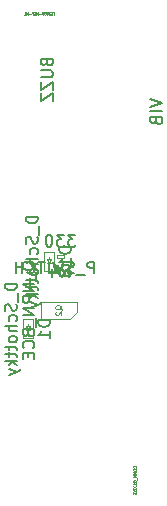
<source format=gbr>
G04 #@! TF.FileFunction,Other,Fab,Bot*
%FSLAX46Y46*%
G04 Gerber Fmt 4.6, Leading zero omitted, Abs format (unit mm)*
G04 Created by KiCad (PCBNEW 4.0.5) date 07/06/17 21:13:05*
%MOMM*%
%LPD*%
G01*
G04 APERTURE LIST*
%ADD10C,0.100000*%
%ADD11C,0.150000*%
%ADD12C,0.050000*%
%ADD13C,0.063500*%
%ADD14C,0.075000*%
G04 APERTURE END LIST*
D10*
X137789960Y-93039160D02*
X135339960Y-93039160D01*
X138359960Y-92489160D02*
X138359960Y-91639160D01*
X137789960Y-93039160D02*
X138359960Y-92489160D01*
X138359960Y-91639160D02*
X135319960Y-91639160D01*
X135319960Y-93039160D02*
X135319960Y-91639160D01*
X136677120Y-87647640D02*
X136677120Y-87947640D01*
X137277120Y-87647640D02*
X136677120Y-87647640D01*
X137277120Y-87947640D02*
X137277120Y-87647640D01*
X136677120Y-87947640D02*
X137277120Y-87947640D01*
X134239000Y-93703800D02*
X134239000Y-93503800D01*
X134239000Y-94003800D02*
X134239000Y-94203800D01*
X134439000Y-94003800D02*
X134039000Y-94003800D01*
X134039000Y-93703800D02*
X134439000Y-93703800D01*
X134239000Y-94003800D02*
X134039000Y-93703800D01*
X134439000Y-93703800D02*
X134239000Y-94003800D01*
X133789000Y-94703800D02*
X134689000Y-94703800D01*
X133789000Y-93103800D02*
X133789000Y-94703800D01*
X134689000Y-93103800D02*
X133789000Y-93103800D01*
X134689000Y-94703800D02*
X134689000Y-93103800D01*
X136017000Y-88014200D02*
X136017000Y-87814200D01*
X136017000Y-88314200D02*
X136017000Y-88514200D01*
X136217000Y-88314200D02*
X135817000Y-88314200D01*
X135817000Y-88014200D02*
X136217000Y-88014200D01*
X136017000Y-88314200D02*
X135817000Y-88014200D01*
X136217000Y-88014200D02*
X136017000Y-88314200D01*
X135567000Y-89014200D02*
X136467000Y-89014200D01*
X135567000Y-87414200D02*
X135567000Y-89014200D01*
X136467000Y-87414200D02*
X135567000Y-87414200D01*
X136467000Y-89014200D02*
X136467000Y-87414200D01*
D11*
X135818571Y-71366239D02*
X135866190Y-71509096D01*
X135913810Y-71556715D01*
X136009048Y-71604334D01*
X136151905Y-71604334D01*
X136247143Y-71556715D01*
X136294762Y-71509096D01*
X136342381Y-71413858D01*
X136342381Y-71032905D01*
X135342381Y-71032905D01*
X135342381Y-71366239D01*
X135390000Y-71461477D01*
X135437619Y-71509096D01*
X135532857Y-71556715D01*
X135628095Y-71556715D01*
X135723333Y-71509096D01*
X135770952Y-71461477D01*
X135818571Y-71366239D01*
X135818571Y-71032905D01*
X135342381Y-72032905D02*
X136151905Y-72032905D01*
X136247143Y-72080524D01*
X136294762Y-72128143D01*
X136342381Y-72223381D01*
X136342381Y-72413858D01*
X136294762Y-72509096D01*
X136247143Y-72556715D01*
X136151905Y-72604334D01*
X135342381Y-72604334D01*
X135342381Y-72985286D02*
X135342381Y-73651953D01*
X136342381Y-72985286D01*
X136342381Y-73651953D01*
X135342381Y-73937667D02*
X135342381Y-74604334D01*
X136342381Y-73937667D01*
X136342381Y-74604334D01*
D12*
X136489913Y-67098876D02*
X136375628Y-67098876D01*
X136432771Y-67298876D02*
X136432771Y-67098876D01*
X136194675Y-67279829D02*
X136204199Y-67289352D01*
X136232770Y-67298876D01*
X136251818Y-67298876D01*
X136280390Y-67289352D01*
X136299437Y-67270305D01*
X136308961Y-67251257D01*
X136318485Y-67213162D01*
X136318485Y-67184590D01*
X136308961Y-67146495D01*
X136299437Y-67127448D01*
X136280390Y-67108400D01*
X136251818Y-67098876D01*
X136232770Y-67098876D01*
X136204199Y-67108400D01*
X136194675Y-67117924D01*
X136118485Y-67117924D02*
X136108961Y-67108400D01*
X136089913Y-67098876D01*
X136042294Y-67098876D01*
X136023247Y-67108400D01*
X136013723Y-67117924D01*
X136004199Y-67136971D01*
X136004199Y-67156019D01*
X136013723Y-67184590D01*
X136128009Y-67298876D01*
X136004199Y-67298876D01*
X135880390Y-67098876D02*
X135861342Y-67098876D01*
X135842294Y-67108400D01*
X135832771Y-67117924D01*
X135823247Y-67136971D01*
X135813723Y-67175067D01*
X135813723Y-67222686D01*
X135823247Y-67260781D01*
X135832771Y-67279829D01*
X135842294Y-67289352D01*
X135861342Y-67298876D01*
X135880390Y-67298876D01*
X135899437Y-67289352D01*
X135908961Y-67279829D01*
X135918485Y-67260781D01*
X135928009Y-67222686D01*
X135928009Y-67175067D01*
X135918485Y-67136971D01*
X135908961Y-67117924D01*
X135899437Y-67108400D01*
X135880390Y-67098876D01*
X135747057Y-67098876D02*
X135623247Y-67098876D01*
X135689914Y-67175067D01*
X135661342Y-67175067D01*
X135642295Y-67184590D01*
X135632771Y-67194114D01*
X135623247Y-67213162D01*
X135623247Y-67260781D01*
X135632771Y-67279829D01*
X135642295Y-67289352D01*
X135661342Y-67298876D01*
X135718485Y-67298876D01*
X135737533Y-67289352D01*
X135747057Y-67279829D01*
X135499438Y-67098876D02*
X135480390Y-67098876D01*
X135461342Y-67108400D01*
X135451819Y-67117924D01*
X135442295Y-67136971D01*
X135432771Y-67175067D01*
X135432771Y-67222686D01*
X135442295Y-67260781D01*
X135451819Y-67279829D01*
X135461342Y-67289352D01*
X135480390Y-67298876D01*
X135499438Y-67298876D01*
X135518485Y-67289352D01*
X135528009Y-67279829D01*
X135537533Y-67260781D01*
X135547057Y-67222686D01*
X135547057Y-67175067D01*
X135537533Y-67136971D01*
X135528009Y-67117924D01*
X135518485Y-67108400D01*
X135499438Y-67098876D01*
X135347057Y-67222686D02*
X135194676Y-67222686D01*
X135099438Y-67298876D02*
X135099438Y-67098876D01*
X135032771Y-67241733D01*
X134966105Y-67098876D01*
X134966105Y-67298876D01*
X134756581Y-67279829D02*
X134766105Y-67289352D01*
X134794676Y-67298876D01*
X134813724Y-67298876D01*
X134842296Y-67289352D01*
X134861343Y-67270305D01*
X134870867Y-67251257D01*
X134880391Y-67213162D01*
X134880391Y-67184590D01*
X134870867Y-67146495D01*
X134861343Y-67127448D01*
X134842296Y-67108400D01*
X134813724Y-67098876D01*
X134794676Y-67098876D01*
X134766105Y-67108400D01*
X134756581Y-67117924D01*
X134670867Y-67298876D02*
X134670867Y-67098876D01*
X134594676Y-67098876D01*
X134575629Y-67108400D01*
X134566105Y-67117924D01*
X134556581Y-67136971D01*
X134556581Y-67165543D01*
X134566105Y-67184590D01*
X134575629Y-67194114D01*
X134594676Y-67203638D01*
X134670867Y-67203638D01*
X134470867Y-67222686D02*
X134318486Y-67222686D01*
X134223248Y-67298876D02*
X134223248Y-67098876D01*
X134108962Y-67298876D01*
X134108962Y-67098876D01*
X133918486Y-67298876D02*
X134013724Y-67298876D01*
X134013724Y-67098876D01*
D13*
X143390714Y-105657952D02*
X143402810Y-105645857D01*
X143414905Y-105609571D01*
X143414905Y-105585381D01*
X143402810Y-105549095D01*
X143378619Y-105524904D01*
X143354429Y-105512809D01*
X143306048Y-105500714D01*
X143269762Y-105500714D01*
X143221381Y-105512809D01*
X143197190Y-105524904D01*
X143173000Y-105549095D01*
X143160905Y-105585381D01*
X143160905Y-105609571D01*
X143173000Y-105645857D01*
X143185095Y-105657952D01*
X143160905Y-105815190D02*
X143160905Y-105863571D01*
X143173000Y-105887762D01*
X143197190Y-105911952D01*
X143245571Y-105924047D01*
X143330238Y-105924047D01*
X143378619Y-105911952D01*
X143402810Y-105887762D01*
X143414905Y-105863571D01*
X143414905Y-105815190D01*
X143402810Y-105791000D01*
X143378619Y-105766809D01*
X143330238Y-105754714D01*
X143245571Y-105754714D01*
X143197190Y-105766809D01*
X143173000Y-105791000D01*
X143160905Y-105815190D01*
X143414905Y-106032904D02*
X143160905Y-106032904D01*
X143414905Y-106178047D01*
X143160905Y-106178047D01*
X143414905Y-106298999D02*
X143160905Y-106298999D01*
X143414905Y-106444142D01*
X143160905Y-106444142D01*
X143439095Y-106504618D02*
X143439095Y-106698142D01*
X143160905Y-106806999D02*
X143160905Y-106831190D01*
X143173000Y-106855380D01*
X143185095Y-106867475D01*
X143209286Y-106879571D01*
X143257667Y-106891666D01*
X143318143Y-106891666D01*
X143366524Y-106879571D01*
X143390714Y-106867475D01*
X143402810Y-106855380D01*
X143414905Y-106831190D01*
X143414905Y-106806999D01*
X143402810Y-106782809D01*
X143390714Y-106770713D01*
X143366524Y-106758618D01*
X143318143Y-106746523D01*
X143257667Y-106746523D01*
X143209286Y-106758618D01*
X143185095Y-106770713D01*
X143173000Y-106782809D01*
X143160905Y-106806999D01*
X143414905Y-107133571D02*
X143414905Y-106988428D01*
X143414905Y-107060999D02*
X143160905Y-107060999D01*
X143197190Y-107036809D01*
X143221381Y-107012618D01*
X143233476Y-106988428D01*
X143160905Y-107218238D02*
X143414905Y-107387571D01*
X143160905Y-107387571D02*
X143414905Y-107218238D01*
X143160905Y-107532714D02*
X143160905Y-107556905D01*
X143173000Y-107581095D01*
X143185095Y-107593190D01*
X143209286Y-107605286D01*
X143257667Y-107617381D01*
X143318143Y-107617381D01*
X143366524Y-107605286D01*
X143390714Y-107593190D01*
X143402810Y-107581095D01*
X143414905Y-107556905D01*
X143414905Y-107532714D01*
X143402810Y-107508524D01*
X143390714Y-107496428D01*
X143366524Y-107484333D01*
X143318143Y-107472238D01*
X143257667Y-107472238D01*
X143209286Y-107484333D01*
X143185095Y-107496428D01*
X143173000Y-107508524D01*
X143160905Y-107532714D01*
X143160905Y-107702048D02*
X143160905Y-107859286D01*
X143257667Y-107774619D01*
X143257667Y-107810905D01*
X143269762Y-107835095D01*
X143281857Y-107847191D01*
X143306048Y-107859286D01*
X143366524Y-107859286D01*
X143390714Y-107847191D01*
X143402810Y-107835095D01*
X143414905Y-107810905D01*
X143414905Y-107738333D01*
X143402810Y-107714143D01*
X143390714Y-107702048D01*
D11*
X134887579Y-88958208D02*
X134839960Y-88862970D01*
X134744722Y-88767732D01*
X134601865Y-88624875D01*
X134554246Y-88529636D01*
X134554246Y-88434398D01*
X134792341Y-88482017D02*
X134744722Y-88386779D01*
X134649484Y-88291541D01*
X134459008Y-88243922D01*
X134125674Y-88243922D01*
X133935198Y-88291541D01*
X133839960Y-88386779D01*
X133792341Y-88482017D01*
X133792341Y-88672494D01*
X133839960Y-88767732D01*
X133935198Y-88862970D01*
X134125674Y-88910589D01*
X134459008Y-88910589D01*
X134649484Y-88862970D01*
X134744722Y-88767732D01*
X134792341Y-88672494D01*
X134792341Y-88482017D01*
X134887579Y-89101065D02*
X134887579Y-89862970D01*
X134792341Y-90101065D02*
X133792341Y-90101065D01*
X134792341Y-90672494D01*
X133792341Y-90672494D01*
X134792341Y-91148684D02*
X133792341Y-91148684D01*
X133792341Y-91529637D01*
X133839960Y-91624875D01*
X133887579Y-91672494D01*
X133982817Y-91720113D01*
X134125674Y-91720113D01*
X134220912Y-91672494D01*
X134268531Y-91624875D01*
X134316150Y-91529637D01*
X134316150Y-91148684D01*
X134792341Y-92148684D02*
X133792341Y-92148684D01*
X134792341Y-92720113D01*
X133792341Y-92720113D01*
X134887579Y-92958208D02*
X134887579Y-93720113D01*
X134268531Y-94291542D02*
X134316150Y-94434399D01*
X134363770Y-94482018D01*
X134459008Y-94529637D01*
X134601865Y-94529637D01*
X134697103Y-94482018D01*
X134744722Y-94434399D01*
X134792341Y-94339161D01*
X134792341Y-93958208D01*
X133792341Y-93958208D01*
X133792341Y-94291542D01*
X133839960Y-94386780D01*
X133887579Y-94434399D01*
X133982817Y-94482018D01*
X134078055Y-94482018D01*
X134173293Y-94434399D01*
X134220912Y-94386780D01*
X134268531Y-94291542D01*
X134268531Y-93958208D01*
X134697103Y-95529637D02*
X134744722Y-95482018D01*
X134792341Y-95339161D01*
X134792341Y-95243923D01*
X134744722Y-95101065D01*
X134649484Y-95005827D01*
X134554246Y-94958208D01*
X134363770Y-94910589D01*
X134220912Y-94910589D01*
X134030436Y-94958208D01*
X133935198Y-95005827D01*
X133839960Y-95101065D01*
X133792341Y-95243923D01*
X133792341Y-95339161D01*
X133839960Y-95482018D01*
X133887579Y-95529637D01*
X134268531Y-95958208D02*
X134268531Y-96291542D01*
X134792341Y-96434399D02*
X134792341Y-95958208D01*
X133792341Y-95958208D01*
X133792341Y-96434399D01*
D14*
X137113770Y-92291541D02*
X137089960Y-92243922D01*
X137042341Y-92196303D01*
X136970912Y-92124874D01*
X136947103Y-92077255D01*
X136947103Y-92029636D01*
X137066150Y-92053446D02*
X137042341Y-92005827D01*
X136994722Y-91958208D01*
X136899484Y-91934398D01*
X136732817Y-91934398D01*
X136637579Y-91958208D01*
X136589960Y-92005827D01*
X136566150Y-92053446D01*
X136566150Y-92148684D01*
X136589960Y-92196303D01*
X136637579Y-92243922D01*
X136732817Y-92267731D01*
X136899484Y-92267731D01*
X136994722Y-92243922D01*
X137042341Y-92196303D01*
X137066150Y-92148684D01*
X137066150Y-92053446D01*
X136613770Y-92458208D02*
X136589960Y-92482018D01*
X136566150Y-92529637D01*
X136566150Y-92648684D01*
X136589960Y-92696303D01*
X136613770Y-92720113D01*
X136661389Y-92743922D01*
X136709008Y-92743922D01*
X136780436Y-92720113D01*
X137066150Y-92434399D01*
X137066150Y-92743922D01*
D11*
X138262834Y-85950021D02*
X137643786Y-85950021D01*
X137977120Y-86330973D01*
X137834262Y-86330973D01*
X137739024Y-86378592D01*
X137691405Y-86426211D01*
X137643786Y-86521450D01*
X137643786Y-86759545D01*
X137691405Y-86854783D01*
X137739024Y-86902402D01*
X137834262Y-86950021D01*
X138119977Y-86950021D01*
X138215215Y-86902402D01*
X138262834Y-86854783D01*
X137310453Y-85950021D02*
X136691405Y-85950021D01*
X137024739Y-86330973D01*
X136881881Y-86330973D01*
X136786643Y-86378592D01*
X136739024Y-86426211D01*
X136691405Y-86521450D01*
X136691405Y-86759545D01*
X136739024Y-86854783D01*
X136786643Y-86902402D01*
X136881881Y-86950021D01*
X137167596Y-86950021D01*
X137262834Y-86902402D01*
X137310453Y-86854783D01*
X136072358Y-85950021D02*
X135977119Y-85950021D01*
X135881881Y-85997640D01*
X135834262Y-86045259D01*
X135786643Y-86140497D01*
X135739024Y-86330973D01*
X135739024Y-86569069D01*
X135786643Y-86759545D01*
X135834262Y-86854783D01*
X135881881Y-86902402D01*
X135977119Y-86950021D01*
X136072358Y-86950021D01*
X136167596Y-86902402D01*
X136215215Y-86854783D01*
X136262834Y-86759545D01*
X136310453Y-86569069D01*
X136310453Y-86330973D01*
X136262834Y-86140497D01*
X136215215Y-86045259D01*
X136167596Y-85997640D01*
X136072358Y-85950021D01*
X137143786Y-89500021D02*
X137477120Y-89023830D01*
X137715215Y-89500021D02*
X137715215Y-88500021D01*
X137334262Y-88500021D01*
X137239024Y-88547640D01*
X137191405Y-88595259D01*
X137143786Y-88690497D01*
X137143786Y-88833354D01*
X137191405Y-88928592D01*
X137239024Y-88976211D01*
X137334262Y-89023830D01*
X137715215Y-89023830D01*
X136286643Y-88833354D02*
X136286643Y-89500021D01*
X136524739Y-88452402D02*
X136762834Y-89166688D01*
X136143786Y-89166688D01*
X139858333Y-89225381D02*
X139858333Y-88225381D01*
X139477380Y-88225381D01*
X139382142Y-88273000D01*
X139334523Y-88320619D01*
X139286904Y-88415857D01*
X139286904Y-88558714D01*
X139334523Y-88653952D01*
X139382142Y-88701571D01*
X139477380Y-88749190D01*
X139858333Y-88749190D01*
X139096428Y-89320619D02*
X138334523Y-89320619D01*
X138144047Y-89177762D02*
X138001190Y-89225381D01*
X137763094Y-89225381D01*
X137667856Y-89177762D01*
X137620237Y-89130143D01*
X137572618Y-89034905D01*
X137572618Y-88939667D01*
X137620237Y-88844429D01*
X137667856Y-88796810D01*
X137763094Y-88749190D01*
X137953571Y-88701571D01*
X138048809Y-88653952D01*
X138096428Y-88606333D01*
X138144047Y-88511095D01*
X138144047Y-88415857D01*
X138096428Y-88320619D01*
X138048809Y-88273000D01*
X137953571Y-88225381D01*
X137715475Y-88225381D01*
X137572618Y-88273000D01*
X137239285Y-88225381D02*
X137001190Y-89225381D01*
X136810713Y-88511095D01*
X136620237Y-89225381D01*
X136382142Y-88225381D01*
X136001190Y-89225381D02*
X136001190Y-88225381D01*
X135667857Y-88225381D02*
X135096428Y-88225381D01*
X135382143Y-89225381D02*
X135382143Y-88225381D01*
X134191666Y-89130143D02*
X134239285Y-89177762D01*
X134382142Y-89225381D01*
X134477380Y-89225381D01*
X134620238Y-89177762D01*
X134715476Y-89082524D01*
X134763095Y-88987286D01*
X134810714Y-88796810D01*
X134810714Y-88653952D01*
X134763095Y-88463476D01*
X134715476Y-88368238D01*
X134620238Y-88273000D01*
X134477380Y-88225381D01*
X134382142Y-88225381D01*
X134239285Y-88273000D01*
X134191666Y-88320619D01*
X133763095Y-89225381D02*
X133763095Y-88225381D01*
X133763095Y-88701571D02*
X133191666Y-88701571D01*
X133191666Y-89225381D02*
X133191666Y-88225381D01*
X144613381Y-74493572D02*
X145613381Y-74826905D01*
X144613381Y-75160239D01*
X145613381Y-75493572D02*
X144613381Y-75493572D01*
X145089571Y-76303096D02*
X145137190Y-76445953D01*
X145184810Y-76493572D01*
X145280048Y-76541191D01*
X145422905Y-76541191D01*
X145518143Y-76493572D01*
X145565762Y-76445953D01*
X145613381Y-76350715D01*
X145613381Y-75969762D01*
X144613381Y-75969762D01*
X144613381Y-76303096D01*
X144661000Y-76398334D01*
X144708619Y-76445953D01*
X144803857Y-76493572D01*
X144899095Y-76493572D01*
X144994333Y-76445953D01*
X145041952Y-76398334D01*
X145089571Y-76303096D01*
X145089571Y-75969762D01*
X133291381Y-90094275D02*
X132291381Y-90094275D01*
X132291381Y-90332370D01*
X132339000Y-90475228D01*
X132434238Y-90570466D01*
X132529476Y-90618085D01*
X132719952Y-90665704D01*
X132862810Y-90665704D01*
X133053286Y-90618085D01*
X133148524Y-90570466D01*
X133243762Y-90475228D01*
X133291381Y-90332370D01*
X133291381Y-90094275D01*
X133386619Y-90856180D02*
X133386619Y-91618085D01*
X133243762Y-91808561D02*
X133291381Y-91951418D01*
X133291381Y-92189514D01*
X133243762Y-92284752D01*
X133196143Y-92332371D01*
X133100905Y-92379990D01*
X133005667Y-92379990D01*
X132910429Y-92332371D01*
X132862810Y-92284752D01*
X132815190Y-92189514D01*
X132767571Y-91999037D01*
X132719952Y-91903799D01*
X132672333Y-91856180D01*
X132577095Y-91808561D01*
X132481857Y-91808561D01*
X132386619Y-91856180D01*
X132339000Y-91903799D01*
X132291381Y-91999037D01*
X132291381Y-92237133D01*
X132339000Y-92379990D01*
X133243762Y-93237133D02*
X133291381Y-93141895D01*
X133291381Y-92951418D01*
X133243762Y-92856180D01*
X133196143Y-92808561D01*
X133100905Y-92760942D01*
X132815190Y-92760942D01*
X132719952Y-92808561D01*
X132672333Y-92856180D01*
X132624714Y-92951418D01*
X132624714Y-93141895D01*
X132672333Y-93237133D01*
X133291381Y-93665704D02*
X132291381Y-93665704D01*
X133291381Y-94094276D02*
X132767571Y-94094276D01*
X132672333Y-94046657D01*
X132624714Y-93951419D01*
X132624714Y-93808561D01*
X132672333Y-93713323D01*
X132719952Y-93665704D01*
X133291381Y-94713323D02*
X133243762Y-94618085D01*
X133196143Y-94570466D01*
X133100905Y-94522847D01*
X132815190Y-94522847D01*
X132719952Y-94570466D01*
X132672333Y-94618085D01*
X132624714Y-94713323D01*
X132624714Y-94856181D01*
X132672333Y-94951419D01*
X132719952Y-94999038D01*
X132815190Y-95046657D01*
X133100905Y-95046657D01*
X133196143Y-94999038D01*
X133243762Y-94951419D01*
X133291381Y-94856181D01*
X133291381Y-94713323D01*
X132624714Y-95332371D02*
X132624714Y-95713323D01*
X132291381Y-95475228D02*
X133148524Y-95475228D01*
X133243762Y-95522847D01*
X133291381Y-95618085D01*
X133291381Y-95713323D01*
X132624714Y-95903800D02*
X132624714Y-96284752D01*
X132291381Y-96046657D02*
X133148524Y-96046657D01*
X133243762Y-96094276D01*
X133291381Y-96189514D01*
X133291381Y-96284752D01*
X133291381Y-96618086D02*
X132291381Y-96618086D01*
X132910429Y-96713324D02*
X133291381Y-96999039D01*
X132624714Y-96999039D02*
X133005667Y-96618086D01*
X132624714Y-97332372D02*
X133291381Y-97570467D01*
X132624714Y-97808563D02*
X133291381Y-97570467D01*
X133529476Y-97475229D01*
X133577095Y-97427610D01*
X133624714Y-97332372D01*
X136091381Y-93165705D02*
X135091381Y-93165705D01*
X135091381Y-93403800D01*
X135139000Y-93546658D01*
X135234238Y-93641896D01*
X135329476Y-93689515D01*
X135519952Y-93737134D01*
X135662810Y-93737134D01*
X135853286Y-93689515D01*
X135948524Y-93641896D01*
X136043762Y-93546658D01*
X136091381Y-93403800D01*
X136091381Y-93165705D01*
X136091381Y-94689515D02*
X136091381Y-94118086D01*
X136091381Y-94403800D02*
X135091381Y-94403800D01*
X135234238Y-94308562D01*
X135329476Y-94213324D01*
X135377095Y-94118086D01*
X135069381Y-84404675D02*
X134069381Y-84404675D01*
X134069381Y-84642770D01*
X134117000Y-84785628D01*
X134212238Y-84880866D01*
X134307476Y-84928485D01*
X134497952Y-84976104D01*
X134640810Y-84976104D01*
X134831286Y-84928485D01*
X134926524Y-84880866D01*
X135021762Y-84785628D01*
X135069381Y-84642770D01*
X135069381Y-84404675D01*
X135164619Y-85166580D02*
X135164619Y-85928485D01*
X135021762Y-86118961D02*
X135069381Y-86261818D01*
X135069381Y-86499914D01*
X135021762Y-86595152D01*
X134974143Y-86642771D01*
X134878905Y-86690390D01*
X134783667Y-86690390D01*
X134688429Y-86642771D01*
X134640810Y-86595152D01*
X134593190Y-86499914D01*
X134545571Y-86309437D01*
X134497952Y-86214199D01*
X134450333Y-86166580D01*
X134355095Y-86118961D01*
X134259857Y-86118961D01*
X134164619Y-86166580D01*
X134117000Y-86214199D01*
X134069381Y-86309437D01*
X134069381Y-86547533D01*
X134117000Y-86690390D01*
X135021762Y-87547533D02*
X135069381Y-87452295D01*
X135069381Y-87261818D01*
X135021762Y-87166580D01*
X134974143Y-87118961D01*
X134878905Y-87071342D01*
X134593190Y-87071342D01*
X134497952Y-87118961D01*
X134450333Y-87166580D01*
X134402714Y-87261818D01*
X134402714Y-87452295D01*
X134450333Y-87547533D01*
X135069381Y-87976104D02*
X134069381Y-87976104D01*
X135069381Y-88404676D02*
X134545571Y-88404676D01*
X134450333Y-88357057D01*
X134402714Y-88261819D01*
X134402714Y-88118961D01*
X134450333Y-88023723D01*
X134497952Y-87976104D01*
X135069381Y-89023723D02*
X135021762Y-88928485D01*
X134974143Y-88880866D01*
X134878905Y-88833247D01*
X134593190Y-88833247D01*
X134497952Y-88880866D01*
X134450333Y-88928485D01*
X134402714Y-89023723D01*
X134402714Y-89166581D01*
X134450333Y-89261819D01*
X134497952Y-89309438D01*
X134593190Y-89357057D01*
X134878905Y-89357057D01*
X134974143Y-89309438D01*
X135021762Y-89261819D01*
X135069381Y-89166581D01*
X135069381Y-89023723D01*
X134402714Y-89642771D02*
X134402714Y-90023723D01*
X134069381Y-89785628D02*
X134926524Y-89785628D01*
X135021762Y-89833247D01*
X135069381Y-89928485D01*
X135069381Y-90023723D01*
X134402714Y-90214200D02*
X134402714Y-90595152D01*
X134069381Y-90357057D02*
X134926524Y-90357057D01*
X135021762Y-90404676D01*
X135069381Y-90499914D01*
X135069381Y-90595152D01*
X135069381Y-90928486D02*
X134069381Y-90928486D01*
X134688429Y-91023724D02*
X135069381Y-91309439D01*
X134402714Y-91309439D02*
X134783667Y-90928486D01*
X134402714Y-91642772D02*
X135069381Y-91880867D01*
X134402714Y-92118963D02*
X135069381Y-91880867D01*
X135307476Y-91785629D01*
X135355095Y-91738010D01*
X135402714Y-91642772D01*
X137869381Y-86999914D02*
X136869381Y-86999914D01*
X136869381Y-87238009D01*
X136917000Y-87380867D01*
X137012238Y-87476105D01*
X137107476Y-87523724D01*
X137297952Y-87571343D01*
X137440810Y-87571343D01*
X137631286Y-87523724D01*
X137726524Y-87476105D01*
X137821762Y-87380867D01*
X137869381Y-87238009D01*
X137869381Y-86999914D01*
X137869381Y-88523724D02*
X137869381Y-87952295D01*
X137869381Y-88238009D02*
X136869381Y-88238009D01*
X137012238Y-88142771D01*
X137107476Y-88047533D01*
X137155095Y-87952295D01*
X137297952Y-89095152D02*
X137250333Y-88999914D01*
X137202714Y-88952295D01*
X137107476Y-88904676D01*
X137059857Y-88904676D01*
X136964619Y-88952295D01*
X136917000Y-88999914D01*
X136869381Y-89095152D01*
X136869381Y-89285629D01*
X136917000Y-89380867D01*
X136964619Y-89428486D01*
X137059857Y-89476105D01*
X137107476Y-89476105D01*
X137202714Y-89428486D01*
X137250333Y-89380867D01*
X137297952Y-89285629D01*
X137297952Y-89095152D01*
X137345571Y-88999914D01*
X137393190Y-88952295D01*
X137488429Y-88904676D01*
X137678905Y-88904676D01*
X137774143Y-88952295D01*
X137821762Y-88999914D01*
X137869381Y-89095152D01*
X137869381Y-89285629D01*
X137821762Y-89380867D01*
X137774143Y-89428486D01*
X137678905Y-89476105D01*
X137488429Y-89476105D01*
X137393190Y-89428486D01*
X137345571Y-89380867D01*
X137297952Y-89285629D01*
M02*

</source>
